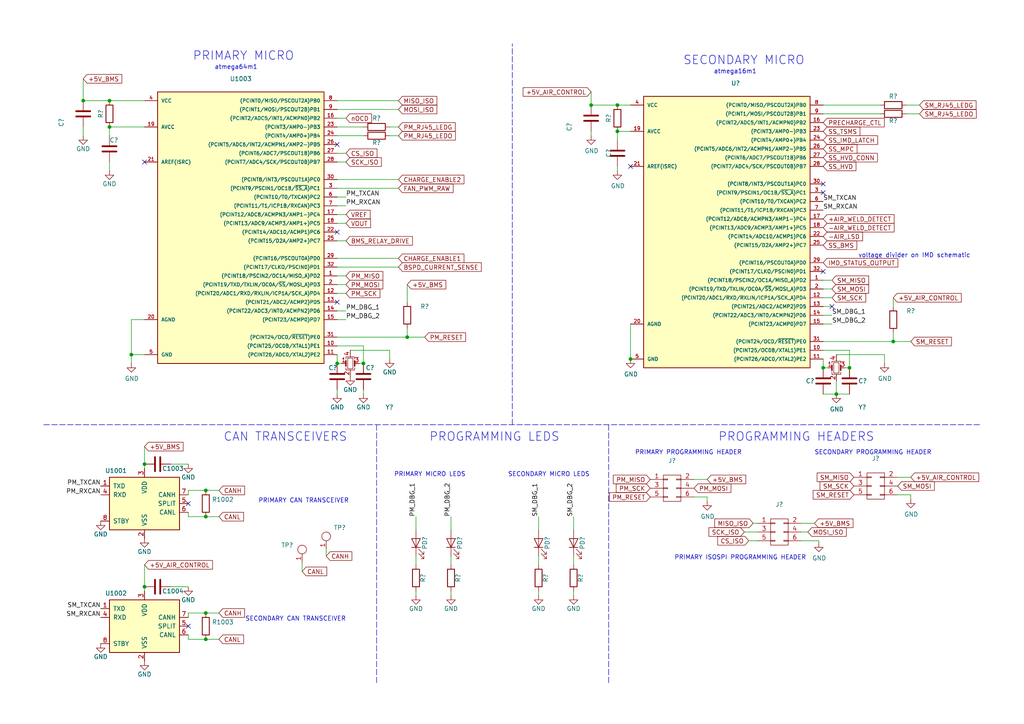
<source format=kicad_sch>
(kicad_sch (version 20211123) (generator eeschema)
  (paper "A4")
  (lib_symbols
    (symbol "formula:ATMEGA16M1" (pin_names (offset 1.016))
      (property "Reference" "U" (at -24.13 46.482 0))
      (property "Value" "ATMEGA16M1" (at 12.7 -35.56 0))
      (symbol "ATMEGA16M1_0_1"
        (rectangle (start -24.13 45.72) (end 24.13 -33.02) (stroke (width 0.254)) (fill (type background)))
      )
      (symbol "ATMEGA16M1_1_1"
        (pin bidirectional line (at 27.94 -7.62 180) (length 3.81) (name "(PCINT18/PSCIN2/OC1A/MISO_A)PD2") (number "1"))
        (pin bidirectional line (at 27.94 -27.94 180) (length 3.81) (name "(PCINT25/OC0B/XTAL1)PE1") (number "10"))
        (pin bidirectional line (at 27.94 -30.48 180) (length 3.81) (name "(PCINT26/ADC0/XTAL2)PE2") (number "11"))
        (pin bidirectional line (at 27.94 -12.7 180) (length 3.81) (name "(PCINT20/ADC1/RXD/RXLIN/ICP1A/SCK_A)PD4") (number "12"))
        (pin bidirectional line (at 27.94 -15.24 180) (length 3.81) (name "(PCINT21/ADC2/ACMP2)PD5") (number "13"))
        (pin bidirectional line (at 27.94 -17.78 180) (length 3.81) (name "(PCINT22/ADC3/INT0/ACMPN2)PD6") (number "14"))
        (pin bidirectional line (at 27.94 -20.32 180) (length 3.81) (name "(PCINT23/ACMP0)PD7") (number "15"))
        (pin bidirectional line (at 27.94 38.1 180) (length 3.81) (name "(PCINT2/ADC5/INT1/ACMPN0)PB2") (number "16"))
        (pin bidirectional line (at 27.94 10.16 180) (length 3.81) (name "(PCINT12/ADC8/ACMPN3/AMP1-)PC4") (number "17"))
        (pin bidirectional line (at 27.94 7.62 180) (length 3.81) (name "(PCINT13/ADC9/ACMP3/AMP1+)PC5") (number "18"))
        (pin power_in line (at -27.94 35.56 0) (length 3.81) (name "AVCC") (number "19"))
        (pin bidirectional line (at 27.94 -10.16 180) (length 3.81) (name "(PCINT19/TXD/TXLIN/OC0A/~{SS}/MOSI_A)PD3") (number "2"))
        (pin power_in line (at -27.94 -20.32 0) (length 3.81) (name "AGND") (number "20"))
        (pin power_in line (at -27.94 25.4 0) (length 3.81) (name "AREF(ISRC)") (number "21"))
        (pin bidirectional line (at 27.94 5.08 180) (length 3.81) (name "(PCINT14/ADC10/ACMP1)PC6") (number "22"))
        (pin bidirectional line (at 27.94 35.56 180) (length 3.81) (name "(PCINT3/AMP0-)PB3") (number "23"))
        (pin bidirectional line (at 27.94 33.02 180) (length 3.81) (name "(PCINT4/AMP0+)PB4") (number "24"))
        (pin bidirectional line (at 27.94 2.54 180) (length 3.81) (name "(PCINT15/D2A/AMP2+)PC7") (number "25"))
        (pin bidirectional line (at 27.94 30.48 180) (length 3.81) (name "(PCINT5/ADC6/INT2/ACMPN1/AMP2-)PB5") (number "26"))
        (pin bidirectional line (at 27.94 27.94 180) (length 3.81) (name "(PCINT6/ADC7/PSCOUT1B)PB6") (number "27"))
        (pin bidirectional line (at 27.94 25.4 180) (length 3.81) (name "(PCINT7/ADC4/SCK/PSCOUT0B)PB7") (number "28"))
        (pin bidirectional line (at 27.94 -2.54 180) (length 3.81) (name "(PCINT16/PSCOUT0A)PD0") (number "29"))
        (pin bidirectional line (at 27.94 17.78 180) (length 3.81) (name "(PCINT9/PSCIN1/OC1B/~{SS_A})PC1") (number "3"))
        (pin bidirectional line (at 27.94 20.32 180) (length 3.81) (name "(PCINT8/INT3/PSCOUT1A)PC0") (number "30"))
        (pin bidirectional line (at 27.94 -25.4 180) (length 3.81) (name "(PCINT24/OCD/~{RESET})PE0") (number "31"))
        (pin bidirectional line (at 27.94 -5.08 180) (length 3.81) (name "(PCINT17/CLKO/PSCIN0)PD1") (number "32"))
        (pin power_in line (at -27.94 43.18 0) (length 3.81) (name "VCC") (number "4"))
        (pin power_in line (at -27.94 -30.48 0) (length 3.81) (name "GND") (number "5"))
        (pin bidirectional line (at 27.94 15.24 180) (length 3.81) (name "(PCINT10/T0/TXCAN)PC2") (number "6"))
        (pin bidirectional line (at 27.94 12.7 180) (length 3.81) (name "(PCINT11/T1/ICP1B/RXCAN)PC3") (number "7"))
        (pin bidirectional line (at 27.94 43.18 180) (length 3.81) (name "(PCINT0/MISO/PSCOUT2A)PB0") (number "8"))
        (pin bidirectional line (at 27.94 40.64 180) (length 3.81) (name "(PCINT1/MOSI/PSCOUT2B)PB1") (number "9"))
      )
    )
    (symbol "formula:ATMEGA64M1" (pin_names (offset 1.016))
      (property "Reference" "U" (at -24.13 46.482 0))
      (property "Value" "ATMEGA64M1" (at 12.7 -35.56 0))
      (symbol "ATMEGA64M1_0_1"
        (rectangle (start -24.13 45.72) (end 24.13 -33.02) (stroke (width 0.254)) (fill (type background)))
      )
      (symbol "ATMEGA64M1_1_1"
        (pin bidirectional line (at 27.94 -7.62 180) (length 3.81) (name "(PCINT18/PSCIN2/OC1A/MISO_A)PD2") (number "1"))
        (pin bidirectional line (at 27.94 -27.94 180) (length 3.81) (name "(PCINT25/OC0B/XTAL1)PE1") (number "10"))
        (pin bidirectional line (at 27.94 -30.48 180) (length 3.81) (name "(PCINT26/ADC0/XTAL2)PE2") (number "11"))
        (pin bidirectional line (at 27.94 -12.7 180) (length 3.81) (name "(PCINT20/ADC1/RXD/RXLIN/ICP1A/SCK_A)PD4") (number "12"))
        (pin bidirectional line (at 27.94 -15.24 180) (length 3.81) (name "(PCINT21/ADC2/ACMP2)PD5") (number "13"))
        (pin bidirectional line (at 27.94 -17.78 180) (length 3.81) (name "(PCINT22/ADC3/INT0/ACMPN2)PD6") (number "14"))
        (pin bidirectional line (at 27.94 -20.32 180) (length 3.81) (name "(PCINT23/ACMP0)PD7") (number "15"))
        (pin bidirectional line (at 27.94 38.1 180) (length 3.81) (name "(PCINT2/ADC5/INT1/ACMPN0)PB2") (number "16"))
        (pin bidirectional line (at 27.94 10.16 180) (length 3.81) (name "(PCINT12/ADC8/ACMPN3/AMP1-)PC4") (number "17"))
        (pin bidirectional line (at 27.94 7.62 180) (length 3.81) (name "(PCINT13/ADC9/ACMP3/AMP1+)PC5") (number "18"))
        (pin power_in line (at -27.94 35.56 0) (length 3.81) (name "AVCC") (number "19"))
        (pin bidirectional line (at 27.94 -10.16 180) (length 3.81) (name "(PCINT19/TXD/TXLIN/OC0A/~{SS}/MOSI_A)PD3") (number "2"))
        (pin power_in line (at -27.94 -20.32 0) (length 3.81) (name "AGND") (number "20"))
        (pin power_in line (at -27.94 25.4 0) (length 3.81) (name "AREF(ISRC)") (number "21"))
        (pin bidirectional line (at 27.94 5.08 180) (length 3.81) (name "(PCINT14/ADC10/ACMP1)PC6") (number "22"))
        (pin bidirectional line (at 27.94 35.56 180) (length 3.81) (name "(PCINT3/AMP0-)PB3") (number "23"))
        (pin bidirectional line (at 27.94 33.02 180) (length 3.81) (name "(PCINT4/AMP0+)PB4") (number "24"))
        (pin bidirectional line (at 27.94 2.54 180) (length 3.81) (name "(PCINT15/D2A/AMP2+)PC7") (number "25"))
        (pin bidirectional line (at 27.94 30.48 180) (length 3.81) (name "(PCINT5/ADC6/INT2/ACMPN1/AMP2-)PB5") (number "26"))
        (pin bidirectional line (at 27.94 27.94 180) (length 3.81) (name "(PCINT6/ADC7/PSCOUT1B)PB6") (number "27"))
        (pin bidirectional line (at 27.94 25.4 180) (length 3.81) (name "(PCINT7/ADC4/SCK/PSCOUT0B)PB7") (number "28"))
        (pin bidirectional line (at 27.94 -2.54 180) (length 3.81) (name "(PCINT16/PSCOUT0A)PD0") (number "29"))
        (pin bidirectional line (at 27.94 17.78 180) (length 3.81) (name "(PCINT9/PSCIN1/OC1B/~{SS_A})PC1") (number "3"))
        (pin bidirectional line (at 27.94 20.32 180) (length 3.81) (name "(PCINT8/INT3/PSCOUT1A)PC0") (number "30"))
        (pin bidirectional line (at 27.94 -25.4 180) (length 3.81) (name "(PCINT24/OCD/~{RESET})PE0") (number "31"))
        (pin bidirectional line (at 27.94 -5.08 180) (length 3.81) (name "(PCINT17/CLKO/PSCIN0)PD1") (number "32"))
        (pin power_in line (at -27.94 43.18 0) (length 3.81) (name "VCC") (number "4"))
        (pin power_in line (at -27.94 -30.48 0) (length 3.81) (name "GND") (number "5"))
        (pin bidirectional line (at 27.94 15.24 180) (length 3.81) (name "(PCINT10/T0/TXCAN)PC2") (number "6"))
        (pin bidirectional line (at 27.94 12.7 180) (length 3.81) (name "(PCINT11/T1/ICP1B/RXCAN)PC3") (number "7"))
        (pin bidirectional line (at 27.94 43.18 180) (length 3.81) (name "(PCINT0/MISO/PSCOUT2A)PB0") (number "8"))
        (pin bidirectional line (at 27.94 40.64 180) (length 3.81) (name "(PCINT1/MOSI/PSCOUT2B)PB1") (number "9"))
      )
    )
    (symbol "formula:CONN_02X03" (pin_names (offset 0.0254) hide)
      (property "Reference" "J" (at 0 5.08 0))
      (property "Value" "CONN_02X03" (at 0 -5.08 0))
      (symbol "CONN_02X03_0_1"
        (rectangle (start -2.54 -2.413) (end -1.27 -2.667))
        (rectangle (start -2.54 0.127) (end -1.27 -0.127))
        (rectangle (start -2.54 2.667) (end -1.27 2.413))
        (rectangle (start -2.54 3.81) (end 2.54 -3.81))
        (rectangle (start 1.27 -2.413) (end 2.54 -2.667))
        (rectangle (start 1.27 0.127) (end 2.54 -0.127))
        (rectangle (start 1.27 2.667) (end 2.54 2.413))
      )
      (symbol "CONN_02X03_1_1"
        (pin passive line (at -6.35 2.54 0) (length 3.81) (name "P1") (number "1"))
        (pin passive line (at 6.35 2.54 180) (length 3.81) (name "P2") (number "2"))
        (pin passive line (at -6.35 0 0) (length 3.81) (name "P3") (number "3"))
        (pin passive line (at 6.35 0 180) (length 3.81) (name "P4") (number "4"))
        (pin passive line (at -6.35 -2.54 0) (length 3.81) (name "P5") (number "5"))
        (pin passive line (at 6.35 -2.54 180) (length 3.81) (name "P6") (number "6"))
      )
    )
    (symbol "formula:C_0.1uF" (pin_numbers hide) (pin_names (offset 0.254))
      (property "Reference" "C" (at 0.635 2.54 0))
      (property "Value" "C_0.1uF" (at 0.635 -2.54 0))
      (symbol "C_0.1uF_0_1"
        (polyline (pts (xy -2.032 -0.762) (xy 2.032 -0.762)) (stroke (width 0.508)))
        (polyline (pts (xy -2.032 0.762) (xy 2.032 0.762)) (stroke (width 0.508)))
      )
      (symbol "C_0.1uF_1_1"
        (pin passive line (at 0 3.81 270) (length 2.794) (name "~") (number "1"))
        (pin passive line (at 0 -3.81 90) (length 2.794) (name "~") (number "2"))
      )
    )
    (symbol "formula:C_100pF" (pin_numbers hide) (pin_names (offset 0.254))
      (property "Reference" "C" (at 0.635 2.54 0))
      (property "Value" "C_100pF" (at 0.635 -2.54 0))
      (symbol "C_100pF_0_1"
        (polyline (pts (xy -2.032 -0.762) (xy 2.032 -0.762)) (stroke (width 0.508)))
        (polyline (pts (xy -2.032 0.762) (xy 2.032 0.762)) (stroke (width 0.508)))
      )
      (symbol "C_100pF_1_1"
        (pin passive line (at 0 3.81 270) (length 2.794) (name "~") (number "1"))
        (pin passive line (at 0 -3.81 90) (length 2.794) (name "~") (number "2"))
      )
    )
    (symbol "formula:C_30pF" (pin_numbers hide) (pin_names (offset 0.254))
      (property "Reference" "C" (at 0.635 2.54 0))
      (property "Value" "C_30pF" (at 0.635 -2.54 0))
      (symbol "C_30pF_0_1"
        (polyline (pts (xy -2.032 -0.762) (xy 2.032 -0.762)) (stroke (width 0.508)))
        (polyline (pts (xy -2.032 0.762) (xy 2.032 0.762)) (stroke (width 0.508)))
      )
      (symbol "C_30pF_1_1"
        (pin passive line (at 0 3.81 270) (length 2.794) (name "~") (number "1"))
        (pin passive line (at 0 -3.81 90) (length 2.794) (name "~") (number "2"))
      )
    )
    (symbol "formula:Crystal_SMD" (pin_names (offset 1.016) hide)
      (property "Reference" "Y" (at 1.27 4.445 0))
      (property "Value" "Crystal_SMD" (at 1.27 2.54 0))
      (symbol "Crystal_SMD_0_1"
        (rectangle (start -0.762 -1.524) (end 0.762 1.524))
        (polyline (pts (xy -1.27 -0.762) (xy -1.27 0.762)) (stroke (width 0.381)))
        (polyline (pts (xy 1.27 -0.762) (xy 1.27 0.762)) (stroke (width 0.381)))
        (polyline (pts (xy -1.27 -1.27) (xy -1.27 -1.905) (xy 1.27 -1.905) (xy 1.27 -1.27)))
        (polyline (pts (xy -1.27 1.27) (xy -1.27 1.905) (xy 1.27 1.905) (xy 1.27 1.27)))
      )
      (symbol "Crystal_SMD_1_1"
        (pin passive line (at -2.54 0 0) (length 1.27) (name "1") (number "1"))
        (pin passive line (at 0 -3.81 90) (length 1.905) (name "2") (number "2"))
        (pin passive line (at 2.54 0 180) (length 1.27) (name "3") (number "3"))
        (pin passive line (at 0 3.81 270) (length 1.905) (name "4") (number "4"))
      )
    )
    (symbol "formula:LED_0805" (pin_numbers hide) (pin_names (offset 1.016) hide)
      (property "Reference" "D" (at 0 -2.54 0))
      (property "Value" "LED_0805" (at 0 2.54 0))
      (symbol "LED_0805_0_1"
        (polyline (pts (xy -1.27 -1.27) (xy -1.27 1.27)) (stroke (width 0.2032)))
        (polyline (pts (xy -1.27 0) (xy 1.27 0)))
        (polyline (pts (xy 1.27 -1.27) (xy 1.27 1.27) (xy -1.27 0) (xy 1.27 -1.27)) (stroke (width 0.2032)))
        (polyline (pts (xy -3.048 -0.762) (xy -4.572 -2.286) (xy -3.81 -2.286) (xy -4.572 -2.286) (xy -4.572 -1.524)))
        (polyline (pts (xy -1.778 -0.762) (xy -3.302 -2.286) (xy -2.54 -2.286) (xy -3.302 -2.286) (xy -3.302 -1.524)))
      )
      (symbol "LED_0805_1_1"
        (pin passive line (at -3.81 0 0) (length 2.54) (name "K") (number "1"))
        (pin passive line (at 3.81 0 180) (length 2.54) (name "A") (number "2"))
      )
    )
    (symbol "formula:MCP2561-E_SN" (pin_names (offset 1.016))
      (property "Reference" "U" (at -10.16 8.89 0))
      (property "Value" "MCP2561-E_SN" (at 2.54 8.89 0))
      (symbol "MCP2561-E_SN_0_1"
        (rectangle (start -10.16 7.62) (end 10.16 -7.62) (stroke (width 0.254)) (fill (type background)))
      )
      (symbol "MCP2561-E_SN_1_1"
        (pin input line (at -12.7 5.08 0) (length 2.54) (name "TXD") (number "1"))
        (pin power_in line (at 0 -10.16 90) (length 2.54) (name "VSS") (number "2"))
        (pin power_in line (at 0 10.16 270) (length 2.54) (name "VDD") (number "3"))
        (pin output line (at -12.7 2.54 0) (length 2.54) (name "RXD") (number "4"))
        (pin passive line (at 12.7 0 180) (length 2.54) (name "SPLIT") (number "5"))
        (pin bidirectional line (at 12.7 -2.54 180) (length 2.54) (name "CANL") (number "6"))
        (pin bidirectional line (at 12.7 2.54 180) (length 2.54) (name "CANH") (number "7"))
        (pin input line (at -12.7 -5.08 0) (length 2.54) (name "STBY") (number "8"))
      )
    )
    (symbol "formula:R_100" (pin_numbers hide) (pin_names (offset 0))
      (property "Reference" "R" (at 2.032 0 90))
      (property "Value" "R_100" (at -2.54 0 90))
      (symbol "R_100_0_1"
        (rectangle (start -1.016 -2.54) (end 1.016 2.54) (stroke (width 0.254)))
      )
      (symbol "R_100_1_1"
        (pin passive line (at 0 3.81 270) (length 1.27) (name "~") (number "1"))
        (pin passive line (at 0 -3.81 90) (length 1.27) (name "~") (number "2"))
      )
    )
    (symbol "formula:R_10K" (pin_numbers hide) (pin_names (offset 0))
      (property "Reference" "R" (at 2.032 0 90))
      (property "Value" "R_10K" (at -2.54 0 90))
      (symbol "R_10K_0_1"
        (rectangle (start -1.016 -2.54) (end 1.016 2.54) (stroke (width 0.254)))
      )
      (symbol "R_10K_1_1"
        (pin passive line (at 0 3.81 270) (length 1.27) (name "~") (number "1"))
        (pin passive line (at 0 -3.81 90) (length 1.27) (name "~") (number "2"))
      )
    )
    (symbol "formula:R_120_DNP" (pin_numbers hide) (pin_names (offset 0))
      (property "Reference" "R" (at 2.032 0 90))
      (property "Value" "R_120_DNP" (at -2.54 0 90))
      (symbol "R_120_DNP_0_1"
        (rectangle (start -1.016 -2.54) (end 1.016 2.54) (stroke (width 0.254)))
      )
      (symbol "R_120_DNP_1_1"
        (pin passive line (at 0 3.81 270) (length 1.27) (name "~") (number "1"))
        (pin passive line (at 0 -3.81 90) (length 1.27) (name "~") (number "2"))
      )
    )
    (symbol "formula:R_200" (pin_numbers hide) (pin_names (offset 0))
      (property "Reference" "R" (at 2.032 0 90))
      (property "Value" "R_200" (at -2.54 0 90))
      (symbol "R_200_0_1"
        (rectangle (start -1.016 -2.54) (end 1.016 2.54) (stroke (width 0.254)))
      )
      (symbol "R_200_1_1"
        (pin passive line (at 0 3.81 270) (length 1.27) (name "~") (number "1"))
        (pin passive line (at 0 -3.81 90) (length 1.27) (name "~") (number "2"))
      )
    )
    (symbol "formula:Test_Point_SMD" (pin_names (offset 1.016))
      (property "Reference" "TP" (at 0 7.62 0))
      (property "Value" "Test_Point_SMD" (at 1.27 5.08 0))
      (symbol "Test_Point_SMD_1_1"
        (circle (center 0 2.54) (radius 1.27))
        (pin input line (at 0 -1.27 90) (length 2.54) (name "~") (number "1"))
      )
    )
    (symbol "power:GND" (power) (pin_names (offset 0))
      (property "Value" "GND" (at 0 -3.81 0))
      (symbol "GND_0_1"
        (polyline (pts (xy 0 0) (xy 0 -1.27) (xy 1.27 -1.27) (xy 0 -2.54) (xy -1.27 -1.27) (xy 0 -1.27)))
      )
      (symbol "GND_1_1"
        (pin power_in line (at 0 0 270) (length 0) hide (name "GND") (number "1"))
      )
    )
  )
  (junction (at 24.13 29.21))
  (junction (at 31.75 36.83))
  (junction (at 59.69 185.42))
  (junction (at 179.07 30.48))
  (junction (at 118.11 97.79))
  (junction (at 238.76 106.68))
  (junction (at 59.69 177.8))
  (junction (at 182.88 104.14))
  (junction (at 31.75 29.21))
  (junction (at 97.79 105.41))
  (junction (at 259.08 99.06))
  (junction (at 246.38 106.68))
  (junction (at 59.69 142.24))
  (junction (at 171.45 30.48))
  (junction (at 59.69 149.86))
  (junction (at 179.07 38.1))
  (junction (at 41.91 134.62))
  (junction (at 38.1 102.87))
  (junction (at 242.57 114.3))
  (junction (at 105.41 105.41))
  (junction (at 41.91 170.18))
  (no_connect (at 238.76 55.88))
  (no_connect (at 238.76 53.34))
  (no_connect (at 241.3 88.9))
  (no_connect (at 238.76 78.74))
  (no_connect (at 97.79 87.63))
  (no_connect (at 182.88 48.26))
  (no_connect (at 97.79 41.91))
  (no_connect (at 54.61 146.05))
  (no_connect (at 97.79 67.31))
  (no_connect (at 54.61 181.61))
  (no_connect (at 41.91 46.99))
  (wire (pts (xy 97.79 54.61) (xy 115.57 54.61)))
  (wire (pts (xy 31.75 36.83) (xy 31.75 39.37)))
  (wire (pts (xy 97.79 74.93) (xy 115.57 74.93)))
  (wire (pts (xy 241.3 86.36) (xy 238.76 86.36)))
  (wire (pts (xy 54.61 149.86) (xy 54.61 148.59)))
  (wire (pts (xy 97.79 80.01) (xy 100.33 80.01)))
  (wire (pts (xy 94.615 159.385) (xy 94.615 161.29)))
  (wire (pts (xy 166.37 149.86) (xy 166.37 153.67)))
  (wire (pts (xy 49.53 170.18) (xy 54.61 170.18)))
  (wire (pts (xy 166.37 161.29) (xy 166.37 163.83)))
  (wire (pts (xy 105.41 39.37) (xy 97.79 39.37)))
  (wire (pts (xy 24.13 36.83) (xy 24.13 39.37)))
  (wire (pts (xy 205.105 145.415) (xy 205.105 144.145)))
  (wire (pts (xy 31.75 29.21) (xy 41.91 29.21)))
  (wire (pts (xy 41.91 163.83) (xy 41.91 170.18)))
  (wire (pts (xy 171.45 26.67) (xy 171.45 30.48)))
  (wire (pts (xy 54.61 185.42) (xy 54.61 184.15)))
  (wire (pts (xy 59.69 177.8) (xy 63.5 177.8)))
  (wire (pts (xy 97.79 64.77) (xy 100.33 64.77)))
  (wire (pts (xy 97.79 113.03) (xy 97.79 114.3)))
  (wire (pts (xy 246.38 101.6) (xy 246.38 106.68)))
  (wire (pts (xy 97.79 69.85) (xy 100.33 69.85)))
  (wire (pts (xy 232.41 154.305) (xy 234.315 154.305)))
  (wire (pts (xy 241.3 81.28) (xy 238.76 81.28)))
  (wire (pts (xy 115.57 29.21) (xy 97.79 29.21)))
  (wire (pts (xy 120.65 171.45) (xy 120.65 172.72)))
  (wire (pts (xy 130.81 171.45) (xy 130.81 172.72)))
  (wire (pts (xy 97.79 77.47) (xy 115.57 77.47)))
  (wire (pts (xy 259.08 96.52) (xy 259.08 99.06)))
  (wire (pts (xy 179.07 48.26) (xy 179.07 49.53)))
  (wire (pts (xy 171.45 38.1) (xy 171.45 39.37)))
  (wire (pts (xy 97.79 59.69) (xy 100.33 59.69)))
  (wire (pts (xy 38.1 92.71) (xy 38.1 102.87)))
  (wire (pts (xy 97.79 82.55) (xy 100.33 82.55)))
  (wire (pts (xy 242.57 110.49) (xy 242.57 114.3)))
  (wire (pts (xy 41.91 92.71) (xy 38.1 92.71)))
  (wire (pts (xy 101.6 101.6) (xy 113.03 101.6)))
  (wire (pts (xy 97.79 46.99) (xy 100.33 46.99)))
  (wire (pts (xy 97.79 92.71) (xy 100.33 92.71)))
  (polyline (pts (xy 12.7 123.19) (xy 284.48 123.19)))
  (wire (pts (xy 24.13 29.21) (xy 31.75 29.21)))
  (wire (pts (xy 113.03 101.6) (xy 113.03 104.14)))
  (wire (pts (xy 41.91 129.54) (xy 41.91 134.62)))
  (wire (pts (xy 97.79 57.15) (xy 100.33 57.15)))
  (wire (pts (xy 238.76 101.6) (xy 246.38 101.6)))
  (wire (pts (xy 238.76 88.9) (xy 241.3 88.9)))
  (wire (pts (xy 130.81 149.86) (xy 130.81 153.67)))
  (polyline (pts (xy 109.22 123.19) (xy 109.22 198.12)))
  (wire (pts (xy 97.79 100.33) (xy 105.41 100.33)))
  (wire (pts (xy 49.53 134.62) (xy 54.61 134.62)))
  (wire (pts (xy 156.21 161.29) (xy 156.21 163.83)))
  (polyline (pts (xy 176.53 123.19) (xy 176.53 198.12)))
  (wire (pts (xy 171.45 30.48) (xy 179.07 30.48)))
  (wire (pts (xy 54.61 185.42) (xy 59.69 185.42)))
  (wire (pts (xy 238.76 114.3) (xy 242.57 114.3)))
  (wire (pts (xy 240.03 106.68) (xy 238.76 106.68)))
  (wire (pts (xy 130.81 161.29) (xy 130.81 163.83)))
  (wire (pts (xy 264.16 144.78) (xy 264.16 143.51)))
  (wire (pts (xy 97.79 36.83) (xy 105.41 36.83)))
  (wire (pts (xy 218.44 151.765) (xy 219.71 151.765)))
  (wire (pts (xy 118.11 95.25) (xy 118.11 97.79)))
  (wire (pts (xy 97.79 31.75) (xy 115.57 31.75)))
  (wire (pts (xy 156.21 149.86) (xy 156.21 153.67)))
  (wire (pts (xy 105.41 105.41) (xy 104.14 105.41)))
  (wire (pts (xy 260.35 138.43) (xy 264.16 138.43)))
  (wire (pts (xy 156.21 171.45) (xy 156.21 172.72)))
  (wire (pts (xy 241.3 93.98) (xy 238.76 93.98)))
  (wire (pts (xy 238.76 99.06) (xy 259.08 99.06)))
  (wire (pts (xy 232.41 151.765) (xy 236.22 151.765)))
  (wire (pts (xy 241.3 83.82) (xy 238.76 83.82)))
  (wire (pts (xy 259.08 86.36) (xy 259.08 88.9)))
  (wire (pts (xy 264.16 143.51) (xy 260.35 143.51)))
  (wire (pts (xy 201.295 139.065) (xy 205.105 139.065)))
  (wire (pts (xy 238.76 30.48) (xy 255.27 30.48)))
  (wire (pts (xy 97.79 44.45) (xy 100.33 44.45)))
  (wire (pts (xy 54.61 177.8) (xy 54.61 179.07)))
  (wire (pts (xy 242.57 102.87) (xy 256.54 102.87)))
  (wire (pts (xy 105.41 113.03) (xy 105.41 114.3)))
  (wire (pts (xy 38.1 102.87) (xy 41.91 102.87)))
  (wire (pts (xy 97.79 97.79) (xy 118.11 97.79)))
  (wire (pts (xy 113.03 36.83) (xy 115.57 36.83)))
  (wire (pts (xy 38.1 102.87) (xy 38.1 105.41)))
  (wire (pts (xy 97.79 90.17) (xy 100.33 90.17)))
  (wire (pts (xy 54.61 177.8) (xy 59.69 177.8)))
  (wire (pts (xy 54.61 142.24) (xy 54.61 143.51)))
  (wire (pts (xy 59.69 142.24) (xy 63.5 142.24)))
  (wire (pts (xy 262.89 30.48) (xy 266.7 30.48)))
  (wire (pts (xy 238.76 33.02) (xy 255.27 33.02)))
  (wire (pts (xy 41.91 170.18) (xy 41.91 171.45)))
  (wire (pts (xy 54.61 149.86) (xy 59.69 149.86)))
  (wire (pts (xy 54.61 142.24) (xy 59.69 142.24)))
  (wire (pts (xy 182.88 93.98) (xy 182.88 104.14)))
  (wire (pts (xy 217.17 156.845) (xy 219.71 156.845)))
  (wire (pts (xy 97.79 34.29) (xy 100.33 34.29)))
  (wire (pts (xy 241.3 91.44) (xy 238.76 91.44)))
  (wire (pts (xy 24.13 29.21) (xy 24.13 22.86)))
  (wire (pts (xy 105.41 100.33) (xy 105.41 105.41)))
  (wire (pts (xy 205.105 144.145) (xy 201.295 144.145)))
  (wire (pts (xy 238.76 104.14) (xy 238.76 106.68)))
  (wire (pts (xy 115.57 39.37) (xy 113.03 39.37)))
  (polyline (pts (xy 148.59 123.19) (xy 148.59 12.7)))
  (wire (pts (xy 97.79 62.23) (xy 100.33 62.23)))
  (wire (pts (xy 266.7 33.02) (xy 262.89 33.02)))
  (wire (pts (xy 31.75 46.99) (xy 31.75 49.53)))
  (wire (pts (xy 242.57 114.3) (xy 246.38 114.3)))
  (wire (pts (xy 97.79 85.09) (xy 100.33 85.09)))
  (wire (pts (xy 120.65 161.29) (xy 120.65 163.83)))
  (wire (pts (xy 59.69 185.42) (xy 63.5 185.42)))
  (wire (pts (xy 97.79 52.07) (xy 115.57 52.07)))
  (wire (pts (xy 59.69 149.86) (xy 63.5 149.86)))
  (wire (pts (xy 232.41 156.845) (xy 237.49 156.845)))
  (wire (pts (xy 179.07 38.1) (xy 179.07 40.64)))
  (wire (pts (xy 97.79 102.87) (xy 97.79 105.41)))
  (wire (pts (xy 118.11 97.79) (xy 123.19 97.79)))
  (wire (pts (xy 87.63 163.195) (xy 87.63 165.735)))
  (wire (pts (xy 31.75 36.83) (xy 41.91 36.83)))
  (wire (pts (xy 120.65 149.86) (xy 120.65 153.67)))
  (wire (pts (xy 237.49 156.845) (xy 237.49 157.48)))
  (wire (pts (xy 41.91 134.62) (xy 41.91 135.89)))
  (wire (pts (xy 179.07 30.48) (xy 182.88 30.48)))
  (wire (pts (xy 259.08 99.06) (xy 264.16 99.06)))
  (wire (pts (xy 97.79 105.41) (xy 99.06 105.41)))
  (wire (pts (xy 256.54 102.87) (xy 256.54 105.41)))
  (wire (pts (xy 245.11 106.68) (xy 246.38 106.68)))
  (wire (pts (xy 166.37 171.45) (xy 166.37 172.72)))
  (wire (pts (xy 182.88 38.1) (xy 179.07 38.1)))
  (wire (pts (xy 118.11 82.55) (xy 118.11 87.63)))
  (wire (pts (xy 215.9 154.305) (xy 219.71 154.305)))
  (text "PRIMARY PROGRAMMING HEADER" (at 184.15 132.08 0) (effects (font (size 1.27 1.27)) (justify left bottom)))
  (text "atmega64m1\n" (at 62.23 20.32 0) (effects (font (size 1.27 1.27)) (justify left bottom)))
  (text "SECONDARY CAN TRANSCEIVER" (at 71.12 180.34 0) (effects (font (size 1.27 1.27)) (justify left bottom)))
  (text "PROGRAMMING HEADERS" (at 208.28 128.27 0) (effects (font (size 2.4892 2.4892)) (justify left bottom)))
  (text "atmega16m1\n" (at 207.01 21.59 0) (effects (font (size 1.27 1.27)) (justify left bottom)))
  (text "PROGRAMMING LEDS" (at 124.46 128.27 0) (effects (font (size 2.4892 2.4892)) (justify left bottom)))
  (text "PRIMARY MICRO LEDS" (at 114.3 138.43 0) (effects (font (size 1.27 1.27)) (justify left bottom)))
  (text "voltage divider on IMD schematic" (at 248.92 74.93 0) (effects (font (size 1.27 1.27)) (justify left bottom)))
  (text "SECONDARY MICRO LEDS" (at 147.32 138.43 0) (effects (font (size 1.27 1.27)) (justify left bottom)))
  (text "PRIMARY MICRO" (at 55.88 17.78 0) (effects (font (size 2.4892 2.4892)) (justify left bottom)))
  (text "SECONDARY PROGRAMMING HEADER" (at 236.22 132.08 0) (effects (font (size 1.27 1.27)) (justify left bottom)))
  (text "PRIMARY ISOSPI PROGRAMMING HEADER" (at 195.58 162.56 0) (effects (font (size 1.27 1.27)) (justify left bottom)))
  (text "SECONDARY MICRO" (at 198.12 19.05 0) (effects (font (size 2.4892 2.4892)) (justify left bottom)))
  (text "PRIMARY CAN TRANSCEIVER" (at 74.93 146.05 0) (effects (font (size 1.27 1.27)) (justify left bottom)))
  (text "CAN TRANSCEIVERS" (at 64.77 128.27 0) (effects (font (size 2.4892 2.4892)) (justify left bottom)))
  (label "SM_DBG_2" (at 166.37 149.86 90))
  (label "SM_RXCAN" (at 238.76 60.96 0))
  (label "SM_DBG_1" (at 156.21 149.86 90))
  (label "PM_RXCAN" (at 100.33 59.69 0))
  (label "PM_DBG_1" (at 100.33 90.17 0))
  (label "PM_TXCAN" (at 100.33 57.15 0))
  (label "PM_DBG_1" (at 120.65 149.86 90))
  (label "PM_DBG_2" (at 100.33 92.71 0))
  (label "PM_DBG_2" (at 130.81 149.86 90))
  (label "PM_TXCAN" (at 29.21 140.97 180))
  (label "SM_DBG_1" (at 241.3 91.44 0))
  (label "PM_RXCAN" (at 29.21 143.51 180))
  (label "SM_TXCAN" (at 29.21 176.53 180))
  (label "SM_DBG_2" (at 241.3 93.98 0))
  (label "SM_RXCAN" (at 29.21 179.07 180))
  (label "SM_TXCAN" (at 238.76 58.42 0))
  (global_label "-AIR_WELD_DETECT" (shape input) (at 238.76 66.04 0) (property "Intersheet References" "${INTERSHEET_REFS}" (effects hide)))
  (global_label "MOSI_ISO" (shape input) (at 234.315 154.305 0) (property "Intersheet References" "${INTERSHEET_REFS}" (effects hide)))
  (global_label "IMD_STATUS_OUTPUT" (shape input) (at 238.76 76.2 0) (property "Intersheet References" "${INTERSHEET_REFS}" (effects hide)))
  (global_label "VOUT" (shape input) (at 100.33 64.77 0) (property "Intersheet References" "${INTERSHEET_REFS}" (effects hide)))
  (global_label "SM_RJ45_LEDG" (shape input) (at 266.7 30.48 0) (property "Intersheet References" "${INTERSHEET_REFS}" (effects hide)))
  (global_label "-AIR_LSD" (shape input) (at 238.76 68.58 0) (property "Intersheet References" "${INTERSHEET_REFS}" (effects hide)))
  (global_label "PM_SCK" (shape input) (at 100.33 85.09 0) (property "Intersheet References" "${INTERSHEET_REFS}" (effects hide)))
  (global_label "SCK_ISO" (shape input) (at 100.33 46.99 0) (property "Intersheet References" "${INTERSHEET_REFS}" (effects hide)))
  (global_label "PM_MISO" (shape input) (at 100.33 80.01 0) (property "Intersheet References" "${INTERSHEET_REFS}" (effects hide)))
  (global_label "VREF" (shape input) (at 100.33 62.23 0) (property "Intersheet References" "${INTERSHEET_REFS}" (effects hide)))
  (global_label "SM_RESET" (shape input) (at 247.65 143.51 180) (property "Intersheet References" "${INTERSHEET_REFS}" (effects hide)))
  (global_label "CANL" (shape input) (at 63.5 149.86 0) (property "Intersheet References" "${INTERSHEET_REFS}" (effects hide)))
  (global_label "SM_MISO" (shape input) (at 241.3 81.28 0) (property "Intersheet References" "${INTERSHEET_REFS}" (effects hide)))
  (global_label "PM_MOSI" (shape input) (at 100.33 82.55 0) (property "Intersheet References" "${INTERSHEET_REFS}" (effects hide)))
  (global_label "CANL" (shape input) (at 63.5 185.42 0) (property "Intersheet References" "${INTERSHEET_REFS}" (effects hide)))
  (global_label "+5V_BMS" (shape input) (at 205.105 139.065 0) (property "Intersheet References" "${INTERSHEET_REFS}" (effects hide)))
  (global_label "PM_SCK" (shape input) (at 188.595 141.605 180) (property "Intersheet References" "${INTERSHEET_REFS}" (effects hide)))
  (global_label "+5V_BMS" (shape input) (at 41.91 129.54 0) (property "Intersheet References" "${INTERSHEET_REFS}" (effects hide)))
  (global_label "SM_MOSI" (shape input) (at 241.3 83.82 0) (property "Intersheet References" "${INTERSHEET_REFS}" (effects hide)))
  (global_label "+5V_BMS" (shape input) (at 118.11 82.55 0) (property "Intersheet References" "${INTERSHEET_REFS}" (effects hide)))
  (global_label "FAN_PWM_RAW" (shape input) (at 115.57 54.61 0) (property "Intersheet References" "${INTERSHEET_REFS}" (effects hide)))
  (global_label "SS_BMS" (shape input) (at 238.76 71.12 0) (property "Intersheet References" "${INTERSHEET_REFS}" (effects hide)))
  (global_label "SCK_ISO" (shape input) (at 215.9 154.305 180) (property "Intersheet References" "${INTERSHEET_REFS}" (effects hide)))
  (global_label "CANH" (shape input) (at 94.615 161.29 0) (property "Intersheet References" "${INTERSHEET_REFS}" (effects hide)))
  (global_label "SM_RJ45_LEDO" (shape input) (at 266.7 33.02 0) (property "Intersheet References" "${INTERSHEET_REFS}" (effects hide)))
  (global_label "SM_MISO" (shape input) (at 247.65 138.43 180) (property "Intersheet References" "${INTERSHEET_REFS}" (effects hide)))
  (global_label "PM_RESET" (shape input) (at 123.19 97.79 0) (property "Intersheet References" "${INTERSHEET_REFS}" (effects hide)))
  (global_label "SS_HVD_CONN" (shape input) (at 238.76 45.72 0) (property "Intersheet References" "${INTERSHEET_REFS}" (effects hide)))
  (global_label "+5V_AIR_CONTROL" (shape input) (at 41.91 163.83 0) (property "Intersheet References" "${INTERSHEET_REFS}" (effects hide)))
  (global_label "MOSI_ISO" (shape input) (at 115.57 31.75 0) (property "Intersheet References" "${INTERSHEET_REFS}" (effects hide)))
  (global_label "PM_MOSI" (shape input) (at 201.295 141.605 0) (property "Intersheet References" "${INTERSHEET_REFS}" (effects hide)))
  (global_label "SM_SCK" (shape input) (at 241.3 86.36 0) (property "Intersheet References" "${INTERSHEET_REFS}" (effects hide)))
  (global_label "+5V_AIR_CONTROL" (shape input) (at 259.08 86.36 0) (property "Intersheet References" "${INTERSHEET_REFS}" (effects hide)))
  (global_label "MISO_ISO" (shape input) (at 218.44 151.765 180) (property "Intersheet References" "${INTERSHEET_REFS}" (effects hide)))
  (global_label "+5V_BMS" (shape input) (at 24.13 22.86 0) (property "Intersheet References" "${INTERSHEET_REFS}" (effects hide)))
  (global_label "MISO_ISO" (shape input) (at 115.57 29.21 0) (property "Intersheet References" "${INTERSHEET_REFS}" (effects hide)))
  (global_label "PM_MISO" (shape input) (at 188.595 139.065 180) (property "Intersheet References" "${INTERSHEET_REFS}" (effects hide)))
  (global_label "+AIR_WELD_DETECT" (shape input) (at 238.76 63.5 0) (property "Intersheet References" "${INTERSHEET_REFS}" (effects hide)))
  (global_label "CANL" (shape input) (at 87.63 165.735 0) (property "Intersheet References" "${INTERSHEET_REFS}" (effects hide)))
  (global_label "SM_SCK" (shape input) (at 247.65 140.97 180) (property "Intersheet References" "${INTERSHEET_REFS}" (effects hide)))
  (global_label "SS_HVD" (shape input) (at 238.76 48.26 0) (property "Intersheet References" "${INTERSHEET_REFS}" (effects hide)))
  (global_label "+5V_AIR_CONTROL" (shape input) (at 264.16 138.43 0) (property "Intersheet References" "${INTERSHEET_REFS}" (effects hide)))
  (global_label "PM_RJ45_LEDO" (shape input) (at 115.57 39.37 0) (property "Intersheet References" "${INTERSHEET_REFS}" (effects hide)))
  (global_label "CS_ISO" (shape input) (at 217.17 156.845 180) (property "Intersheet References" "${INTERSHEET_REFS}" (effects hide)))
  (global_label "SS_TSMS" (shape input) (at 238.76 38.1 0) (property "Intersheet References" "${INTERSHEET_REFS}" (effects hide)))
  (global_label "SS_MPC" (shape input) (at 238.76 43.18 0) (property "Intersheet References" "${INTERSHEET_REFS}" (effects hide)))
  (global_label "CHARGE_ENABLE1" (shape input) (at 115.57 74.93 0) (property "Intersheet References" "${INTERSHEET_REFS}" (effects hide)))
  (global_label "SS_IMD_LATCH" (shape input) (at 238.76 40.64 0) (property "Intersheet References" "${INTERSHEET_REFS}" (effects hide)))
  (global_label "BSPD_CURRENT_SENSE" (shape input) (at 115.57 77.47 0) (property "Intersheet References" "${INTERSHEET_REFS}" (effects hide)))
  (global_label "CS_ISO" (shape input) (at 100.33 44.45 0) (property "Intersheet References" "${INTERSHEET_REFS}" (effects hide)))
  (global_label "CANH" (shape input) (at 63.5 177.8 0) (property "Intersheet References" "${INTERSHEET_REFS}" (effects hide)))
  (global_label "PM_RESET" (shape input) (at 188.595 144.145 180) (property "Intersheet References" "${INTERSHEET_REFS}" (effects hide)))
  (global_label "+5V_BMS" (shape input) (at 236.22 151.765 0) (property "Intersheet References" "${INTERSHEET_REFS}" (effects hide)))
  (global_label "nOCD" (shape input) (at 100.33 34.29 0) (property "Intersheet References" "${INTERSHEET_REFS}" (effects hide)))
  (global_label "SM_MOSI" (shape input) (at 260.35 140.97 0) (property "Intersheet References" "${INTERSHEET_REFS}" (effects hide)))
  (global_label "CANH" (shape input) (at 63.5 142.24 0) (property "Intersheet References" "${INTERSHEET_REFS}" (effects hide)))
  (global_label "+5V_AIR_CONTROL" (shape input) (at 171.45 26.67 180) (property "Intersheet References" "${INTERSHEET_REFS}" (effects hide)))
  (global_label "SM_RESET" (shape input) (at 264.16 99.06 0) (property "Intersheet References" "${INTERSHEET_REFS}" (effects hide)))
  (global_label "PRECHARGE_CTL" (shape input) (at 238.76 35.56 0) (property "Intersheet References" "${INTERSHEET_REFS}" (effects hide)))
  (global_label "PM_RJ45_LEDG" (shape input) (at 115.57 36.83 0) (property "Intersheet References" "${INTERSHEET_REFS}" (effects hide)))
  (global_label "CHARGE_ENABLE2" (shape input) (at 115.57 52.07 0) (property "Intersheet References" "${INTERSHEET_REFS}" (effects hide)))
  (global_label "BMS_RELAY_DRIVE" (shape input) (at 100.33 69.85 0) (property "Intersheet References" "${INTERSHEET_REFS}" (effects hide)))
  (symbol (lib_id "formula:LED_0805") (at 120.65 157.48 90) (unit 1)
    (property "Reference" "PD?" (at 123.19 157.48 0))
    (property "Datasheet" "http://www.osram-os.com/Graphics/XPic9/00078860_0.pdf" (effects hide))
    (property "MFN" "DK" (effects hide))
    (property "MPN" "475-1410-1-ND" (effects hide))
    (property "PurchasingLink" "https://www.digikey.com/products/en?keywords=475-1410-1-ND" (effects hide))
  )
  (symbol (lib_id "formula:LED_0805") (at 130.81 157.48 90) (unit 1)
    (property "Reference" "PD?" (at 133.35 157.48 0))
    (property "Datasheet" "http://www.osram-os.com/Graphics/XPic9/00078860_0.pdf" (effects hide))
    (property "MFN" "DK" (effects hide))
    (property "MPN" "475-1410-1-ND" (effects hide))
    (property "PurchasingLink" "https://www.digikey.com/products/en?keywords=475-1410-1-ND" (effects hide))
  )
  (symbol (lib_id "formula:R_200") (at 120.65 167.64 0) (unit 1)
    (property "Reference" "R?" (at 122.682 167.64 90))
    (property "Datasheet" "https://www.seielect.com/Catalog/SEI-RMCF_RMCP.pdf" (effects hide))
    (property "MFN" "DK" (effects hide))
    (property "MPN" "RMCF0805JT200RCT-ND" (effects hide))
    (property "PurchasingLink" "https://www.digikey.com/products/en?keywords=RMCF0805JT200RCT-ND" (effects hide))
  )
  (symbol (lib_id "formula:R_200") (at 130.81 167.64 0) (unit 1)
    (property "Reference" "R?" (at 132.842 167.64 90))
    (property "Datasheet" "https://www.seielect.com/Catalog/SEI-RMCF_RMCP.pdf" (effects hide))
    (property "MFN" "DK" (effects hide))
    (property "MPN" "RMCF0805JT200RCT-ND" (effects hide))
    (property "PurchasingLink" "https://www.digikey.com/products/en?keywords=RMCF0805JT200RCT-ND" (effects hide))
  )
  (symbol (lib_id "power:GND") (at 120.65 172.72 0) (unit 1)
    (property "Reference" "#PWR?" (effects hide))
  )
  (symbol (lib_id "power:GND") (at 130.81 172.72 0) (unit 1)
    (property "Reference" "#PWR?" (effects hide))
  )
  (symbol (lib_id "formula:R_100") (at 31.75 33.02 0) (unit 1)
    (property "Reference" "R?" (at 29.21 33.02 90))
    (property "Datasheet" "https://www.seielect.com/Catalog/SEI-rncp.pdf" (effects hide))
    (property "MFN" "Digi-Key" (effects hide))
    (property "MPN" "RNCP0805FTD100RCT-ND" (effects hide))
    (property "Package" "Value" (effects hide))
    (property "PurchasingLink" "https://www.digikey.com/products/en?keywords=RNCP0805FTD100RCT-ND" (effects hide))
  )
  (symbol (lib_id "formula:C_0.1uF") (at 24.13 33.02 0) (unit 1)
    (property "Reference" "C?" (at 17.78 36.83 90) (effects (justify left)))
    (property "Datasheet" "http://datasheets.avx.com/X7RDielectric.pdf" (effects hide))
    (property "MPN" "478-3352-1-ND" (effects hide))
    (property "MFN" "Digi-Key" (effects hide))
    (property "Package" "Value" (effects hide))
    (property "PurchasingLink" "https://www.digikey.com/products/en?keywords=478-3352-1-ND" (effects hide))
  )
  (symbol (lib_id "formula:C_100pF") (at 31.75 43.18 0) (unit 1)
    (property "Reference" "C?" (at 31.75 40.64 0) (effects (justify left)))
    (property "Datasheet" "https://content.kemet.com/datasheets/KEM_C1003_C0G_SMD.pdf" (effects hide))
    (property "MPN" "399-1122-1-ND" (effects hide))
    (property "MFN" "Digi-Key" (effects hide))
    (property "Package" "Value" (effects hide))
    (property "PurchasingLink" "https://www.digikey.com/product-detail/en/kemet/C0805C101J5GACTU/399-1122-1-ND/411397" (effects hide))
  )
  (symbol (lib_id "formula:C_30pF") (at 105.41 109.22 0) (unit 1)
    (property "Reference" "C?" (at 106.045 106.68 0) (effects (justify left)))
    (property "Datasheet" "https://media.digikey.com/pdf/Data%20Sheets/Samsung%20PDFs/CL_Series_MLCC_ds.pdf" (effects hide))
    (property "MPN" "1276-1130-1-ND" (effects hide))
    (property "MFN" "Digi-Key" (effects hide))
    (property "Package" "Value" (effects hide))
    (property "PurchasingLink" "https://www.digikey.com/product-detail/en/samsung-electro-mechanics-america-inc/CL21C300JBANNNC/1276-1130-1-ND/3889216" (effects hide))
  )
  (symbol (lib_id "formula:C_30pF") (at 97.79 109.22 0) (unit 1)
    (property "Reference" "C?" (at 95.25 106.68 0) (effects (justify left)))
    (property "Datasheet" "https://media.digikey.com/pdf/Data%20Sheets/Samsung%20PDFs/CL_Series_MLCC_ds.pdf" (effects hide))
    (property "MPN" "1276-1130-1-ND" (effects hide))
    (property "MFN" "Digi-Key" (effects hide))
    (property "Package" "Value" (effects hide))
    (property "PurchasingLink" "https://www.digikey.com/product-detail/en/samsung-electro-mechanics-america-inc/CL21C300JBANNNC/1276-1130-1-ND/3889216" (effects hide))
  )
  (symbol (lib_id "power:GND") (at 31.75 49.53 0) (unit 1)
    (property "Reference" "#PWR?" (effects hide))
  )
  (symbol (lib_id "power:GND") (at 24.13 39.37 0) (unit 1)
    (property "Reference" "#PWR?" (effects hide))
  )
  (symbol (lib_id "power:GND") (at 101.6 109.22 0) (unit 1)
    (property "Reference" "#PWR?" (effects hide))
  )
  (symbol (lib_id "power:GND") (at 97.79 114.3 0) (unit 1)
    (property "Reference" "#PWR?" (effects hide))
  )
  (symbol (lib_id "power:GND") (at 105.41 114.3 0) (unit 1)
    (property "Reference" "#PWR?" (effects hide))
  )
  (symbol (lib_id "power:GND") (at 113.03 104.14 0) (unit 1)
    (property "Reference" "#PWR?" (effects hide))
  )
  (symbol (lib_id "formula:Crystal_SMD") (at 101.6 105.41 0) (unit 1)
    (property "Reference" "Y?" (at 111.76 118.11 0) (effects (justify left)))
    (property "Datasheet" "https://support.epson.biz/td/api/doc_check.php?dl=brief_FA-238V_en.pdf" (effects hide))
    (property "MFN" "Digi-Key" (effects hide))
    (property "MPN" "SER3686CT-ND" (effects hide))
    (property "Package" "Value" (effects hide))
    (property "PurchasingLink" "https://www.digikey.com/products/en?keywords=SER3686CT-ND" (effects hide))
  )
  (symbol (lib_id "formula:R_200") (at 109.22 36.83 270) (unit 1)
    (property "Reference" "R?" (at 109.22 34.29 90))
    (property "Datasheet" "https://www.seielect.com/Catalog/SEI-RMCF_RMCP.pdf" (effects hide))
    (property "MFN" "DK" (effects hide))
    (property "MPN" "RMCF0805JT200RCT-ND" (effects hide))
    (property "PurchasingLink" "https://www.digikey.com/products/en?keywords=RMCF0805JT200RCT-ND" (effects hide))
  )
  (symbol (lib_id "formula:R_200") (at 109.22 39.37 270) (unit 1)
    (property "Reference" "R?" (at 109.22 41.402 90))
    (property "Datasheet" "https://www.seielect.com/Catalog/SEI-RMCF_RMCP.pdf" (effects hide))
    (property "MFN" "DK" (effects hide))
    (property "MPN" "RMCF0805JT200RCT-ND" (effects hide))
    (property "PurchasingLink" "https://www.digikey.com/products/en?keywords=RMCF0805JT200RCT-ND" (effects hide))
  )
  (symbol (lib_id "formula:ATMEGA16M1") (at 210.82 73.66 0) (unit 1)
    (property "Reference" "U?" (at 213.36 24.13 0))
    (property "Datasheet" "http://ww1.microchip.com/downloads/en/DeviceDoc/Atmel-8209-8-bit%20AVR%20ATmega16M1-32M1-64M1_Datasheet.pdf" (effects hide))
    (property "MFN" "DK" (effects hide))
    (property "MPN" "ATMEGA16M1-AU-ND" (effects hide))
    (property "PurchasingLink" "https://www.digikey.com/product-detail/en/atmel/ATMEGA16M1-AU/ATMEGA16M1-AU-ND/2271208" (effects hide))
  )
  (symbol (lib_id "formula:R_10K") (at 259.08 92.71 0) (unit 1)
    (property "Reference" "R?" (at 264.16 90.17 0))
    (property "Datasheet" "http://www.bourns.com/data/global/pdfs/CRS.pdf" (effects hide))
    (property "MFN" "DK" (effects hide))
    (property "MPN" "CRS0805-FX-1002ELFCT-ND" (effects hide))
    (property "PurchasingLink" "https://www.digikey.com/products/en?keywords=CRS0805-FX-1002ELFCT-ND" (effects hide))
  )
  (symbol (lib_id "formula:Crystal_SMD") (at 242.57 106.68 0) (unit 1)
    (property "Reference" "Y?" (at 248.92 118.11 0) (effects (justify left)))
    (property "Datasheet" "http://www.txccorp.com/download/products/quartz_crystals/2015TXC_7M_17.pdf" (effects hide))
    (property "MFN" "DK" (effects hide))
    (property "MPN" "887-1125-1-ND" (effects hide))
    (property "PurchasingLink" "https://www.digikey.com/product-detail/en/txc-corporation/7M-16.000MAAJ-T/887-1125-1-ND/2119014" (effects hide))
  )
  (symbol (lib_id "formula:C_30pF") (at 246.38 110.49 0) (unit 1)
    (property "Reference" "C?" (at 248.92 110.49 0) (effects (justify left)))
    (property "Datasheet" "https://media.digikey.com/pdf/Data%20Sheets/Samsung%20PDFs/CL_Series_MLCC_ds.pdf" (effects hide))
    (property "MFN" "DK" (effects hide))
    (property "MPN" "1276-1130-1-ND" (effects hide))
    (property "PurchasingLink" "https://www.digikey.com/product-detail/en/samsung-electro-mechanics-america-inc/CL21C300JBANNNC/1276-1130-1-ND/3889216" (effects hide))
  )
  (symbol (lib_id "formula:C_30pF") (at 238.76 110.49 0) (unit 1)
    (property "Reference" "C?" (at 233.68 110.49 0) (effects (justify left)))
    (property "Datasheet" "https://media.digikey.com/pdf/Data%20Sheets/Samsung%20PDFs/CL_Series_MLCC_ds.pdf" (effects hide))
    (property "MFN" "DK" (effects hide))
    (property "MPN" "1276-1130-1-ND" (effects hide))
    (property "PurchasingLink" "https://www.digikey.com/product-detail/en/samsung-electro-mechanics-america-inc/CL21C300JBANNNC/1276-1130-1-ND/3889216" (effects hide))
  )
  (symbol (lib_id "power:GND") (at 242.57 114.3 0) (unit 1)
    (property "Reference" "#PWR?" (effects hide))
  )
  (symbol (lib_id "power:GND") (at 256.54 105.41 0) (unit 1)
    (property "Reference" "#PWR?" (effects hide))
  )
  (symbol (lib_id "power:GND") (at 182.88 104.14 0) (unit 1)
    (property "Reference" "#PWR?" (effects hide))
  )
  (symbol (lib_id "formula:C_0.1uF") (at 171.45 34.29 0) (unit 1)
    (property "Reference" "C?" (at 165.1 38.1 90) (effects (justify left)))
    (property "Datasheet" "http://datasheets.avx.com/X7RDielectric.pdf" (effects hide))
    (property "MFN" "DK" (effects hide))
    (property "MPN" "478-3352-1-ND" (effects hide))
    (property "PurchasingLink" "https://www.digikey.com/products/en?keywords=478-3352-1-ND" (effects hide))
  )
  (symbol (lib_id "power:GND") (at 171.45 39.37 0) (unit 1)
    (property "Reference" "#PWR?" (effects hide))
  )
  (symbol (lib_id "formula:C_100pF") (at 179.07 44.45 0) (unit 1)
    (property "Reference" "C?" (at 176.53 45.72 90) (effects (justify left)))
    (property "Datasheet" "https://katalog.we-online.de/pbs/datasheet/885012007057.pdf" (effects hide))
    (property "MFN" "DK" (effects hide))
    (property "MPN" "732-7852-1-ND" (effects hide))
    (property "PurchasingLink" "https://www.digikey.com/product-detail/en/wurth-electronics-inc/885012007057/732-7852-1-ND/5454479" (effects hide))
  )
  (symbol (lib_id "power:GND") (at 179.07 49.53 0) (unit 1)
    (property "Reference" "#PWR?" (effects hide))
  )
  (symbol (lib_id "formula:LED_0805") (at 156.21 157.48 90) (unit 1)
    (property "Reference" "PD?" (at 158.75 157.48 0))
    (property "Datasheet" "http://www.osram-os.com/Graphics/XPic9/00078860_0.pdf" (effects hide))
    (property "MFN" "DK" (effects hide))
    (property "MPN" "475-1410-1-ND" (effects hide))
    (property "PurchasingLink" "https://www.digikey.com/products/en?keywords=475-1410-1-ND" (effects hide))
  )
  (symbol (lib_id "formula:LED_0805") (at 166.37 157.48 90) (unit 1)
    (property "Reference" "PD?" (at 168.91 157.48 0))
    (property "Datasheet" "http://www.osram-os.com/Graphics/XPic9/00078860_0.pdf" (effects hide))
    (property "MFN" "DK" (effects hide))
    (property "MPN" "475-1410-1-ND" (effects hide))
    (property "PurchasingLink" "https://www.digikey.com/products/en?keywords=475-1410-1-ND" (effects hide))
  )
  (symbol (lib_id "formula:R_200") (at 156.21 167.64 0) (unit 1)
    (property "Reference" "R?" (at 158.242 167.64 90))
    (property "Datasheet" "https://www.seielect.com/Catalog/SEI-RMCF_RMCP.pdf" (effects hide))
    (property "MFN" "DK" (effects hide))
    (property "MPN" "RMCF0805JT200RCT-ND" (effects hide))
    (property "PurchasingLink" "https://www.digikey.com/products/en?keywords=RMCF0805JT200RCT-ND" (effects hide))
  )
  (symbol (lib_id "formula:R_200") (at 166.37 167.64 0) (unit 1)
    (property "Reference" "R?" (at 168.402 167.64 90))
    (property "Datasheet" "https://www.seielect.com/Catalog/SEI-RMCF_RMCP.pdf" (effects hide))
    (property "MFN" "DK" (effects hide))
    (property "MPN" "RMCF0805JT200RCT-ND" (effects hide))
    (property "PurchasingLink" "https://www.digikey.com/products/en?keywords=RMCF0805JT200RCT-ND" (effects hide))
  )
  (symbol (lib_id "power:GND") (at 156.21 172.72 0) (unit 1)
    (property "Reference" "#PWR?" (effects hide))
  )
  (symbol (lib_id "power:GND") (at 166.37 172.72 0) (unit 1)
    (property "Reference" "#PWR?" (effects hide))
  )
  (symbol (lib_id "formula:CONN_02X03") (at 194.945 141.605 0) (unit 1)
    (property "Reference" "J?" (at 194.945 133.604 0))
    (property "Datasheet" "http://portal.fciconnect.com/Comergent//fci/drawing/67996.pdf" (effects hide))
    (property "MFN" "DK" (effects hide))
    (property "MPN" "609-3234-ND" (effects hide))
    (property "PurchasingLink" "https://www.digikey.com/product-detail/en/amphenol-fci/67997-206HLF/609-3234-ND/1878491" (effects hide))
  )
  (symbol (lib_id "power:GND") (at 205.105 145.415 0) (unit 1)
    (property "Reference" "#PWR?" (effects hide))
  )
  (symbol (lib_id "formula:C_0.1uF") (at 45.72 134.62 90) (unit 1)
    (property "Reference" "C1003" (at 53.34 135.89 90) (effects (justify left)))
    (property "Datasheet" "http://datasheets.avx.com/X7RDielectric.pdf" (effects hide))
    (property "MPN" "478-3352-1-ND" (effects hide))
    (property "MFN" "Digi-Key" (effects hide))
    (property "Package" "Value" (effects hide))
    (property "PurchasingLink" "https://www.digikey.com/products/en?keywords=478-3352-1-ND" (effects hide))
  )
  (symbol (lib_id "power:GND") (at 29.21 151.13 0) (unit 1)
    (property "Reference" "#PWR?" (effects hide))
  )
  (symbol (lib_id "power:GND") (at 41.91 156.21 0) (unit 1)
    (property "Reference" "#PWR?" (effects hide))
  )
  (symbol (lib_id "power:GND") (at 54.61 134.62 0) (unit 1)
    (property "Reference" "#PWR?" (effects hide))
  )
  (symbol (lib_id "formula:MCP2561-E_SN") (at 41.91 146.05 0) (unit 1)
    (property "Reference" "U1001" (at 33.655 136.525 0))
    (property "Datasheet" "http://www.microchip.com/mymicrochip/filehandler.aspx?ddocname=en561044" (effects hide))
    (property "MFN" "DK" (effects hide))
    (property "MPN" "MCP2561-E/SN-ND" (effects hide))
    (property "PurchasingLink" "https://www.digikey.com/products/en?keywords=mcp2561-e%2Fsn" (effects hide))
  )
  (symbol (lib_id "formula:C_0.1uF") (at 45.72 170.18 90) (unit 1)
    (property "Reference" "C1004" (at 53.34 171.45 90) (effects (justify left)))
    (property "Datasheet" "http://datasheets.avx.com/X7RDielectric.pdf" (effects hide))
    (property "MPN" "478-3352-1-ND" (effects hide))
    (property "MFN" "Digi-Key" (effects hide))
    (property "Package" "Value" (effects hide))
    (property "PurchasingLink" "https://www.digikey.com/products/en?keywords=478-3352-1-ND" (effects hide))
  )
  (symbol (lib_id "power:GND") (at 29.21 186.69 0) (unit 1)
    (property "Reference" "#PWR?" (effects hide))
  )
  (symbol (lib_id "power:GND") (at 41.91 191.77 0) (unit 1)
    (property "Reference" "#PWR?" (effects hide))
  )
  (symbol (lib_id "power:GND") (at 54.61 170.18 0) (unit 1)
    (property "Reference" "#PWR?" (effects hide))
  )
  (symbol (lib_id "formula:MCP2561-E_SN") (at 41.91 181.61 0) (unit 1)
    (property "Reference" "U1002" (at 33.655 172.085 0))
    (property "Datasheet" "http://www.microchip.com/mymicrochip/filehandler.aspx?ddocname=en561044" (effects hide))
    (property "MFN" "DK" (effects hide))
    (property "MPN" "MCP2561-E/SN-ND" (effects hide))
    (property "PurchasingLink" "https://www.digikey.com/products/en?keywords=mcp2561-e%2Fsn" (effects hide))
  )
  (symbol (lib_id "formula:R_10K") (at 118.11 91.44 0) (unit 1)
    (property "Reference" "R?" (at 123.19 88.9 0))
    (property "Datasheet" "http://www.bourns.com/data/global/pdfs/CRS.pdf" (effects hide))
    (property "MFN" "DK" (effects hide))
    (property "MPN" "CRS0805-FX-1002ELFCT-ND" (effects hide))
    (property "PurchasingLink" "https://www.digikey.com/products/en?keywords=CRS0805-FX-1002ELFCT-ND" (effects hide))
  )
  (symbol (lib_id "formula:CONN_02X03") (at 254 140.97 0) (unit 1)
    (property "Reference" "J?" (at 254 132.969 0))
    (property "Datasheet" "http://portal.fciconnect.com/Comergent//fci/drawing/67996.pdf" (effects hide))
    (property "MFN" "DK" (effects hide))
    (property "MPN" "609-3234-ND" (effects hide))
    (property "PurchasingLink" "https://www.digikey.com/product-detail/en/amphenol-fci/67997-206HLF/609-3234-ND/1878491" (effects hide))
  )
  (symbol (lib_id "power:GND") (at 264.16 144.78 0) (unit 1)
    (property "Reference" "#PWR?" (effects hide))
  )
  (symbol (lib_id "formula:R_200") (at 259.08 30.48 270) (unit 1)
    (property "Reference" "R?" (at 259.08 27.94 90))
    (property "Datasheet" "https://www.seielect.com/Catalog/SEI-RMCF_RMCP.pdf" (effects hide))
    (property "MFN" "DK" (effects hide))
    (property "MPN" "RMCF0805JT200RCT-ND" (effects hide))
    (property "PurchasingLink" "https://www.digikey.com/products/en?keywords=RMCF0805JT200RCT-ND" (effects hide))
  )
  (symbol (lib_id "formula:R_200") (at 259.08 33.02 270) (unit 1)
    (property "Reference" "R?" (at 259.08 35.052 90))
    (property "Datasheet" "https://www.seielect.com/Catalog/SEI-RMCF_RMCP.pdf" (effects hide))
    (property "MFN" "DK" (effects hide))
    (property "MPN" "RMCF0805JT200RCT-ND" (effects hide))
    (property "PurchasingLink" "https://www.digikey.com/products/en?keywords=RMCF0805JT200RCT-ND" (effects hide))
  )
  (symbol (lib_id "power:GND") (at 38.1 105.41 0) (unit 1)
    (property "Reference" "#PWR?" (effects hide))
  )
  (symbol (lib_id "formula:R_100") (at 179.07 34.29 0) (unit 1)
    (property "Reference" "R?" (at 176.53 34.29 90))
    (property "Datasheet" "https://www.seielect.com/Catalog/SEI-rncp.pdf" (effects hide))
    (property "MFN" "Digi-Key" (effects hide))
    (property "MPN" "RNCP0805FTD100RCT-ND" (effects hide))
    (property "Package" "Value" (effects hide))
    (property "PurchasingLink" "https://www.digikey.com/products/en?keywords=RNCP0805FTD100RCT-ND" (effects hide))
  )
  (symbol (lib_id "formula:ATMEGA64M1") (at 69.85 72.39 0) (unit 1)
    (property "Reference" "U1003" (at 69.85 22.86 0))
    (property "Datasheet" "http://ww1.microchip.com/downloads/en/DeviceDoc/Atmel-8209-8-bit%20AVR%20ATmega16M1-32M1-64M1_Datasheet.pdf" (effects hide))
    (property "MFN" "DK" (effects hide))
    (property "MPN" "ATMEGA16M1-AU-ND" (effects hide))
    (property "PurchasingLink" "https://www.digikey.com/product-detail/en/atmel/ATMEGA16M1-AU/ATMEGA16M1-AU-ND/2271208" (effects hide))
  )
  (symbol (lib_id "formula:R_120_DNP") (at 59.69 181.61 0) (unit 1)
    (property "Reference" "R1003" (at 61.468 180.4416 0) (effects (justify left)))
    (property "Datasheet" "https://www.mouser.com/datasheet/2/315/AOA0000C304-1149620.pdf" (effects hide))
    (property "MFN" "DK" (effects hide))
    (property "MPN" "667-ERJ-6ENF1200V" (effects hide))
    (property "PurchasingLink" "https://www.mouser.com/ProductDetail/Panasonic-Industrial-Devices/ERJ-6ENF1200V?qs=sGAEpiMZZMvdGkrng054t8AJgcdMkx7x%252bFQnctTMUmU%3d" (effects hide))
  )
  (symbol (lib_id "formula:R_120_DNP") (at 59.69 146.05 0) (unit 1)
    (property "Reference" "R1002" (at 61.468 144.8816 0) (effects (justify left)))
    (property "Datasheet" "https://www.mouser.com/datasheet/2/315/AOA0000C304-1149620.pdf" (effects hide))
    (property "MFN" "DK" (effects hide))
    (property "MPN" "667-ERJ-6ENF1200V" (effects hide))
    (property "PurchasingLink" "https://www.mouser.com/ProductDetail/Panasonic-Industrial-Devices/ERJ-6ENF1200V?qs=sGAEpiMZZMvdGkrng054t8AJgcdMkx7x%252bFQnctTMUmU%3d" (effects hide))
  )
  (symbol (lib_id "formula:Test_Point_SMD") (at 87.63 161.925 0) (unit 1)
    (property "Reference" "TP?" (at 85.09 158.115 0) (effects (justify right)))
  )
  (symbol (lib_id "formula:Test_Point_SMD") (at 94.615 158.115 0) (unit 1)
    (property "Reference" "TP?" (at 100.33 153.035 0) (effects (justify right)))
  )
  (symbol (lib_id "formula:CONN_02X03") (at 226.06 154.305 0) (unit 1)
    (property "Reference" "J?" (at 226.06 146.304 0))
    (property "Datasheet" "http://portal.fciconnect.com/Comergent//fci/drawing/67996.pdf" (effects hide))
    (property "MFN" "DK" (effects hide))
    (property "MPN" "609-3234-ND" (effects hide))
    (property "PurchasingLink" "https://www.digikey.com/product-detail/en/amphenol-fci/67997-206HLF/609-3234-ND/1878491" (effects hide))
  )
  (symbol (lib_id "power:GND") (at 237.49 157.48 0) (unit 1)
    (property "Reference" "#PWR?" (effects hide))
  )
)
</source>
